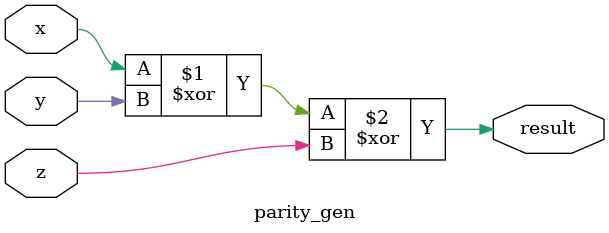
<source format=v>
module parity_gen(x,y,z,result);
input x,y,z;
output result;
xor (result,x,y,z);  
endmodule 

</source>
